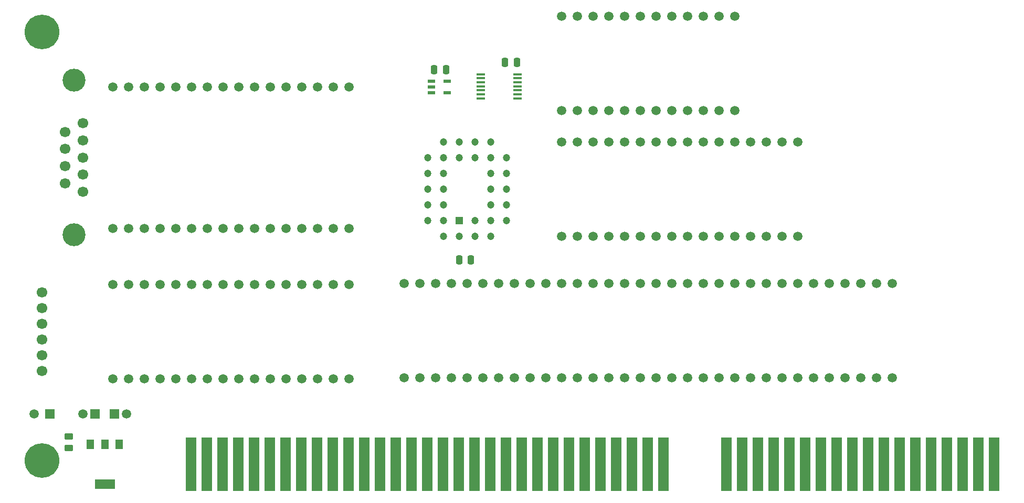
<source format=gbr>
%TF.GenerationSoftware,KiCad,Pcbnew,8.0.4*%
%TF.CreationDate,2024-08-15T20:52:11+02:00*%
%TF.ProjectId,UART Board,55415254-2042-46f6-9172-642e6b696361,rev?*%
%TF.SameCoordinates,Original*%
%TF.FileFunction,Soldermask,Top*%
%TF.FilePolarity,Negative*%
%FSLAX46Y46*%
G04 Gerber Fmt 4.6, Leading zero omitted, Abs format (unit mm)*
G04 Created by KiCad (PCBNEW 8.0.4) date 2024-08-15 20:52:11*
%MOMM*%
%LPD*%
G01*
G04 APERTURE LIST*
G04 Aperture macros list*
%AMRoundRect*
0 Rectangle with rounded corners*
0 $1 Rounding radius*
0 $2 $3 $4 $5 $6 $7 $8 $9 X,Y pos of 4 corners*
0 Add a 4 corners polygon primitive as box body*
4,1,4,$2,$3,$4,$5,$6,$7,$8,$9,$2,$3,0*
0 Add four circle primitives for the rounded corners*
1,1,$1+$1,$2,$3*
1,1,$1+$1,$4,$5*
1,1,$1+$1,$6,$7*
1,1,$1+$1,$8,$9*
0 Add four rect primitives between the rounded corners*
20,1,$1+$1,$2,$3,$4,$5,0*
20,1,$1+$1,$4,$5,$6,$7,0*
20,1,$1+$1,$6,$7,$8,$9,0*
20,1,$1+$1,$8,$9,$2,$3,0*%
G04 Aperture macros list end*
%ADD10C,1.500000*%
%ADD11RoundRect,0.250000X-0.450000X0.262500X-0.450000X-0.262500X0.450000X-0.262500X0.450000X0.262500X0*%
%ADD12RoundRect,0.250000X-0.250000X-0.475000X0.250000X-0.475000X0.250000X0.475000X-0.250000X0.475000X0*%
%ADD13RoundRect,0.250000X0.250000X0.475000X-0.250000X0.475000X-0.250000X-0.475000X0.250000X-0.475000X0*%
%ADD14C,3.700000*%
%ADD15C,1.700000*%
%ADD16R,1.200000X1.200000*%
%ADD17C,1.200000*%
%ADD18R,1.500000X1.500000*%
%ADD19R,1.200000X1.500000*%
%ADD20R,3.300000X1.500000*%
%ADD21R,1.250000X0.600000*%
%ADD22R,1.475000X0.450000*%
%ADD23C,5.600000*%
%ADD24R,1.780000X8.620000*%
G04 APERTURE END LIST*
D10*
%TO.C,B4*%
X109220000Y-121920000D03*
X111760000Y-121920000D03*
X114299999Y-121920000D03*
X116840000Y-121920000D03*
X119380000Y-121920000D03*
X121920000Y-121920000D03*
X124460000Y-121920000D03*
X127000001Y-121920000D03*
X129540000Y-121920000D03*
X132080000Y-121920000D03*
X134620000Y-121920000D03*
X137159999Y-121920000D03*
X139700000Y-121920000D03*
X142240000Y-121920000D03*
X144780000Y-121920000D03*
X147319999Y-121920000D03*
X147320000Y-106680000D03*
X144780000Y-106680000D03*
X142240000Y-106680000D03*
X139700000Y-106680000D03*
X137160000Y-106680000D03*
X134620000Y-106680000D03*
X132080000Y-106680000D03*
X129540000Y-106680000D03*
X127000000Y-106680000D03*
X124460000Y-106680000D03*
X121920000Y-106680000D03*
X119380000Y-106680000D03*
X116840000Y-106680000D03*
X114300000Y-106680000D03*
X111760000Y-106680000D03*
X109220000Y-106680000D03*
%TD*%
D11*
%TO.C,R1*%
X29728000Y-154281500D03*
X29728000Y-156106500D03*
%TD*%
D12*
%TO.C,C3*%
X92715000Y-125730000D03*
X94615000Y-125730000D03*
%TD*%
D13*
%TO.C,C4*%
X90596000Y-94996000D03*
X88696000Y-94996000D03*
%TD*%
D14*
%TO.C,B3*%
X30607000Y-121666000D03*
D15*
X32027000Y-114716000D03*
X29187000Y-113330000D03*
X32027000Y-111944000D03*
X29187000Y-110557000D03*
X32027000Y-109171000D03*
X29187000Y-107785000D03*
X32027000Y-106399000D03*
X29187000Y-105012000D03*
X32027000Y-103626000D03*
D14*
X30607000Y-96676000D03*
D10*
X36830000Y-120650000D03*
X39370000Y-120650000D03*
X41910000Y-120650000D03*
X44450000Y-120650000D03*
X46990000Y-120650000D03*
X49530000Y-120650000D03*
X52070000Y-120650000D03*
X54610000Y-120650000D03*
X57150000Y-120650000D03*
X59690000Y-120650000D03*
X62230000Y-120650000D03*
X64770000Y-120650000D03*
X67310000Y-120650000D03*
X69850000Y-120650000D03*
X72390000Y-120650000D03*
X74930000Y-120650000D03*
X74930000Y-97790000D03*
X72390000Y-97790000D03*
X69850000Y-97790000D03*
X67310000Y-97790000D03*
X64770000Y-97790000D03*
X62230000Y-97790000D03*
X59690000Y-97790000D03*
X57150000Y-97790000D03*
X54610000Y-97790000D03*
X52070000Y-97790000D03*
X49530000Y-97790000D03*
X46990000Y-97790000D03*
X44450000Y-97790000D03*
X41910000Y-97790000D03*
X39370000Y-97790000D03*
X36830000Y-97790000D03*
%TD*%
D16*
%TO.C,IC3*%
X92710000Y-119380000D03*
D17*
X95250000Y-121920000D03*
X95250000Y-119380000D03*
X97790000Y-121920000D03*
X100330000Y-119380000D03*
X97790000Y-119380000D03*
X100330000Y-116840000D03*
X97790000Y-116840000D03*
X100330000Y-114300000D03*
X97790000Y-114300000D03*
X100330000Y-111760000D03*
X97790000Y-111760000D03*
X100330000Y-109220000D03*
X97790000Y-106680000D03*
X97790000Y-109220000D03*
X95250000Y-106680000D03*
X95250000Y-109220000D03*
X92710000Y-106680000D03*
X92710000Y-109220000D03*
X90170000Y-106680000D03*
X87630000Y-109220000D03*
X90170000Y-109220000D03*
X87630000Y-111760000D03*
X90170000Y-111760000D03*
X87630000Y-114300000D03*
X90170000Y-114300000D03*
X87630000Y-116840000D03*
X90170000Y-116840000D03*
X87630000Y-119380000D03*
X90170000Y-121920000D03*
X90170000Y-119380000D03*
X92710000Y-121920000D03*
%TD*%
D10*
%TO.C,B2*%
X109220000Y-101600000D03*
X111760000Y-101600000D03*
X114299999Y-101600000D03*
X116840000Y-101600000D03*
X119380000Y-101600000D03*
X121920000Y-101600000D03*
X124460000Y-101600000D03*
X127000001Y-101600000D03*
X129540000Y-101600000D03*
X132080000Y-101600000D03*
X134620000Y-101600000D03*
X137159999Y-101600000D03*
X137160000Y-86360000D03*
X134620000Y-86360000D03*
X132080000Y-86360000D03*
X129540000Y-86360000D03*
X127000000Y-86360000D03*
X124460000Y-86360000D03*
X121920000Y-86360000D03*
X119380000Y-86360000D03*
X116840000Y-86360000D03*
X114300000Y-86360000D03*
X111760000Y-86360000D03*
X109220000Y-86360000D03*
%TD*%
D18*
%TO.C,LED1*%
X26670000Y-150622000D03*
D10*
X24130000Y-150622000D03*
%TD*%
D18*
%TO.C,C2*%
X37111400Y-150622000D03*
D10*
X39111400Y-150622000D03*
%TD*%
D13*
%TO.C,C5*%
X102035000Y-93771000D03*
X100135000Y-93771000D03*
%TD*%
D19*
%TO.C,IC1*%
X37860000Y-155550000D03*
X35560000Y-155550000D03*
X33260000Y-155550000D03*
D20*
X35560000Y-161950000D03*
%TD*%
D21*
%TO.C,IC2*%
X88285000Y-96840000D03*
X88285000Y-97790000D03*
X88285000Y-98740000D03*
X90785000Y-98740000D03*
X90785000Y-96840000D03*
%TD*%
D22*
%TO.C,IC4*%
X96249000Y-95713000D03*
X96249000Y-96363000D03*
X96249000Y-97013000D03*
X96249000Y-97663000D03*
X96249000Y-98313000D03*
X96249000Y-98963000D03*
X96249000Y-99613000D03*
X102125000Y-99613000D03*
X102125000Y-98963000D03*
X102125000Y-98313000D03*
X102125000Y-97663000D03*
X102125000Y-97013000D03*
X102125000Y-96363000D03*
X102125000Y-95713000D03*
%TD*%
D23*
%TO.C,H1*%
X25400000Y-88900000D03*
%TD*%
D15*
%TO.C,B5*%
X25400000Y-143693999D03*
X25400000Y-141153999D03*
X25400000Y-138613999D03*
X25400000Y-136073999D03*
X25400000Y-133533999D03*
X25400000Y-130993999D03*
D10*
X36830000Y-144964000D03*
X39370000Y-144964000D03*
X41910000Y-144964000D03*
X44450000Y-144964000D03*
X46990000Y-144964000D03*
X49530000Y-144964000D03*
X52070000Y-144964000D03*
X54610000Y-144964000D03*
X57150000Y-144964000D03*
X59690000Y-144964000D03*
X62230000Y-144964000D03*
X64770000Y-144964000D03*
X67310000Y-144964000D03*
X69850000Y-144964000D03*
X72390000Y-144964000D03*
X74930000Y-144964000D03*
X74930000Y-129724000D03*
X72390000Y-129724000D03*
X69850000Y-129724000D03*
X67310000Y-129724000D03*
X64770000Y-129724000D03*
X62230000Y-129724000D03*
X59690000Y-129724000D03*
X57150000Y-129724000D03*
X54610000Y-129724000D03*
X52070000Y-129724000D03*
X49530000Y-129724000D03*
X46990000Y-129724000D03*
X44450000Y-129724000D03*
X41910000Y-129724000D03*
X39370000Y-129724000D03*
X36830000Y-129724000D03*
%TD*%
D24*
%TO.C,J5*%
X49479200Y-158750000D03*
X52019200Y-158750000D03*
X54559200Y-158750000D03*
X57099200Y-158750000D03*
X59639200Y-158750000D03*
X62179200Y-158750000D03*
X64719200Y-158750000D03*
X67259200Y-158750000D03*
X69799200Y-158750000D03*
X72339200Y-158750000D03*
X74879200Y-158750000D03*
X77419200Y-158750000D03*
X79959200Y-158750000D03*
X82499200Y-158750000D03*
X85039200Y-158750000D03*
X87579200Y-158750000D03*
X90119200Y-158750000D03*
X92659200Y-158750000D03*
X95199200Y-158750000D03*
X97739200Y-158750000D03*
X100279200Y-158750000D03*
X102819200Y-158750000D03*
X105359200Y-158750000D03*
X107899200Y-158750000D03*
X110439200Y-158750000D03*
X112979200Y-158750000D03*
X115519200Y-158750000D03*
X118059200Y-158750000D03*
X120599200Y-158750000D03*
X123139200Y-158750000D03*
X125679200Y-158750000D03*
X135839200Y-158750000D03*
X138379200Y-158750000D03*
X140919200Y-158750000D03*
X143459200Y-158750000D03*
X145999200Y-158750000D03*
X148539200Y-158750000D03*
X151079200Y-158750000D03*
X153619200Y-158750000D03*
X156159200Y-158750000D03*
X158699200Y-158750000D03*
X161239200Y-158750000D03*
X163779200Y-158750000D03*
X166319200Y-158750000D03*
X168859200Y-158750000D03*
X171399200Y-158750000D03*
X173939200Y-158750000D03*
X176479200Y-158750000D03*
X179019200Y-158750000D03*
%TD*%
D18*
%TO.C,C1*%
X34020000Y-150622000D03*
D10*
X32020000Y-150622000D03*
%TD*%
%TO.C,B1*%
X83820000Y-144780000D03*
X86360000Y-144780000D03*
X88900000Y-144780000D03*
X91440000Y-144780000D03*
X93980000Y-144780000D03*
X96520000Y-144780000D03*
X99060000Y-144780000D03*
X101600000Y-144780000D03*
X104140000Y-144780000D03*
X106680000Y-144780000D03*
X109220000Y-144780000D03*
X111760000Y-144780000D03*
X114300000Y-144780000D03*
X116840000Y-144780000D03*
X119380000Y-144780000D03*
X121920000Y-144780000D03*
X124460000Y-144780000D03*
X127000000Y-144780000D03*
X129540000Y-144780000D03*
X132080000Y-144780000D03*
X134620000Y-144780000D03*
X137160000Y-144780000D03*
X139700000Y-144780000D03*
X142240000Y-144780000D03*
X144780000Y-144780000D03*
X147320000Y-144780000D03*
X149860000Y-144780000D03*
X152400000Y-144780000D03*
X154940000Y-144780000D03*
X157480000Y-144780000D03*
X160020000Y-144780000D03*
X162560000Y-144780000D03*
X162560000Y-129540000D03*
X160020000Y-129540000D03*
X157480000Y-129540000D03*
X154940000Y-129540000D03*
X152400000Y-129540000D03*
X149860000Y-129540000D03*
X147320000Y-129540000D03*
X144780000Y-129540000D03*
X142240000Y-129540000D03*
X139700000Y-129540000D03*
X137160000Y-129540000D03*
X134620000Y-129540000D03*
X132080000Y-129540000D03*
X129540000Y-129540000D03*
X127000000Y-129540000D03*
X124460000Y-129540000D03*
X121920000Y-129540000D03*
X119380000Y-129540000D03*
X116840000Y-129540000D03*
X114300000Y-129540000D03*
X111760000Y-129540000D03*
X109220000Y-129540000D03*
X106680000Y-129540000D03*
X104140000Y-129540000D03*
X101600000Y-129540000D03*
X99060000Y-129540000D03*
X96520000Y-129540000D03*
X93980000Y-129540000D03*
X91440000Y-129540000D03*
X88900000Y-129540000D03*
X86360000Y-129540000D03*
X83820000Y-129540000D03*
%TD*%
D23*
%TO.C,H9*%
X25400000Y-158115000D03*
%TD*%
M02*

</source>
